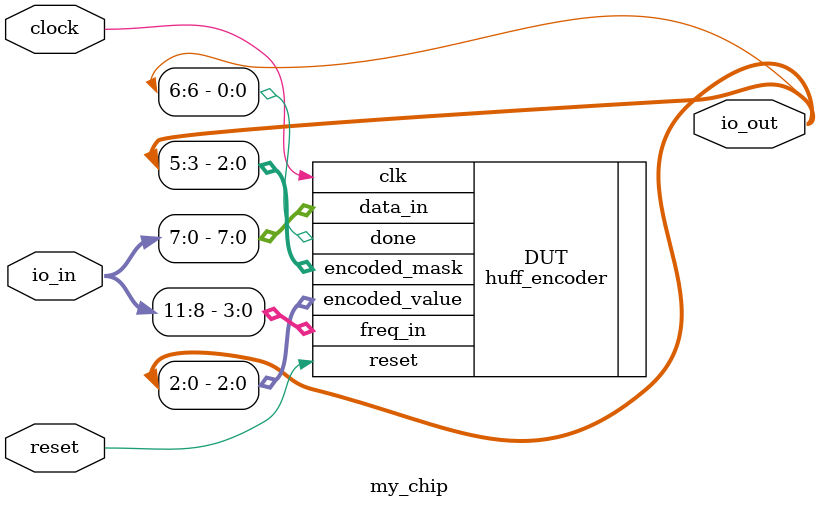
<source format=sv>
`default_nettype none

module my_chip (
    input logic [11:0] io_in, // Inputs to your chip
    output logic [11:0] io_out, // Outputs from your chip
    input logic clock,
    input logic reset // Important: Reset is ACTIVE-HIGH
);

    huff_encoder DUT(.clk(clock), .reset(reset), .data_in(io_in[7:0]), .freq_in(io_in[11:8]), .encoded_value(io_out[2:0]), .encoded_mask(io_out[5:3]), .done(io_out[6]));  
    
    
    // Basic counter design as an example

/*
    wire [6:0] led_out;
    assign io_out[6:0] = led_out;

    // external clock is 1000Hz, so need 10 bit counter
    reg [9:0] second_counter;
    reg [3:0] digit;

    always @(posedge clock) begin
        // if reset, set counter to 0
        if (reset) begin
            second_counter <= 0;
            digit <= 0;
        end else begin
            // if up to 16e6
            if (second_counter == 1000) begin
                // reset
                second_counter <= 0;

                // increment digit
                digit <= digit + 1'b1;

                // only count from 0 to 9
                if (digit == 9)
                    digit <= 0;

            end else
                // increment counter
                second_counter <= second_counter + 1'b1;
        end
    end

    // instantiate segment display
    seg7 seg7(.counter(digit), .segments(led_out));
*/
endmodule

</source>
